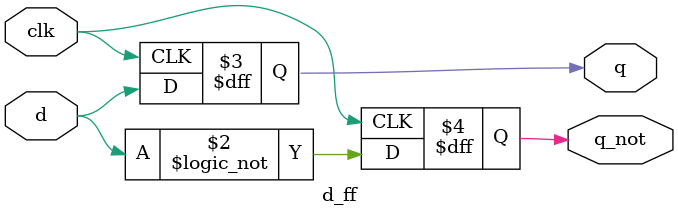
<source format=v>

module d_ff(d, clk, q, q_not);
input d, clk;
output q, q_not;
wire d, clk;
reg q, q_not;

always @(posedge clk) begin
    q <= d;
    q_not <= !d;
end

endmodule
</source>
